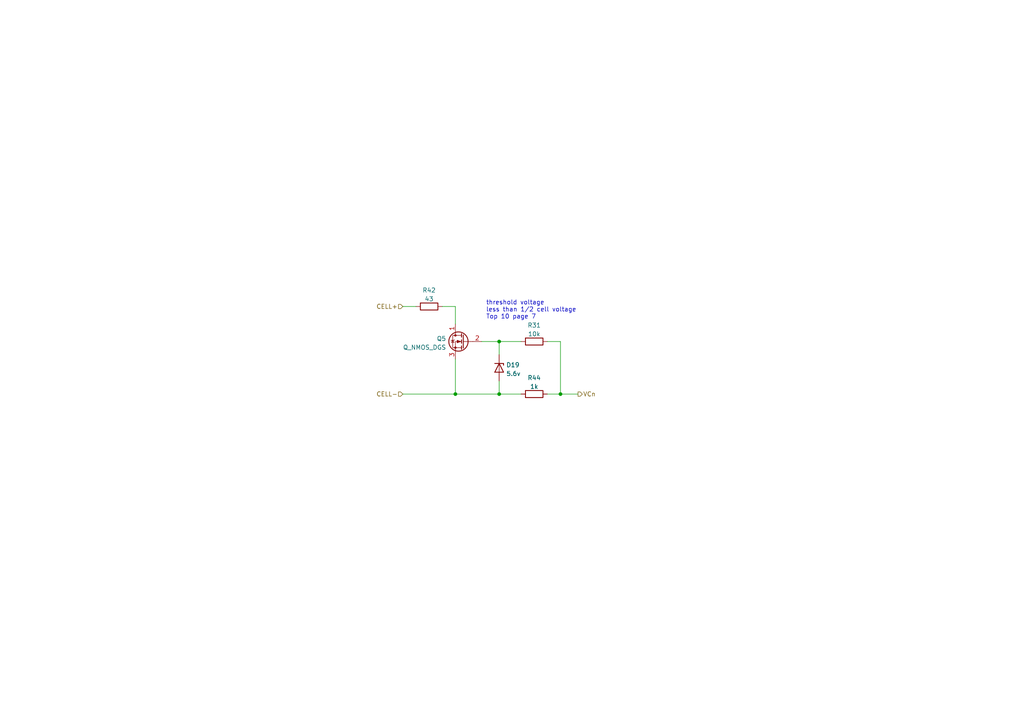
<source format=kicad_sch>
(kicad_sch (version 20211123) (generator eeschema)
  (paper "A4")
  (title_block (title "Blance FET") (date "2022-10-30") (rev "Rev 0") (company "QTech BMS Dept"))
  (lib_symbols
    (symbol "Device:D_Zener" (pin_numbers hide) (pin_names (offset 1.016) hide)
      (property "Reference" "D" (at 0 2.54 0))
      (property "Value" "D_Zener" (at 0 -2.54 0))
      (symbol "D_Zener_0_1"
        (polyline (pts (xy 1.27 0) (xy -1.27 0)))
        (polyline (pts (xy -1.27 -1.27) (xy -1.27 1.27) (xy -0.762 1.27)) (stroke (width 0.254)))
        (polyline (pts (xy 1.27 -1.27) (xy 1.27 1.27) (xy -1.27 0) (xy 1.27 -1.27)) (stroke (width 0.254)))
      )
      (symbol "D_Zener_1_1"
        (pin passive line (at -3.81 0 0) (length 2.54) (name "K") (number "1"))
        (pin passive line (at 3.81 0 180) (length 2.54) (name "A") (number "2"))
      )
    )
    (symbol "Device:Q_NMOS_DGS" (pin_names (offset 0) hide)
      (property "Reference" "Q" (at 5.08 1.27 0))
      (property "Value" "Q_NMOS_DGS" (at 5.08 -1.27 0))
      (symbol "Q_NMOS_DGS_0_1"
        (polyline (pts (xy 0.254 0) (xy -2.54 0)))
        (polyline (pts (xy 0.254 1.905) (xy 0.254 -1.905)) (stroke (width 0.254)))
        (polyline (pts (xy 0.762 -1.27) (xy 0.762 -2.286)) (stroke (width 0.254)))
        (polyline (pts (xy 0.762 0.508) (xy 0.762 -0.508)) (stroke (width 0.254)))
        (polyline (pts (xy 0.762 2.286) (xy 0.762 1.27)) (stroke (width 0.254)))
        (polyline (pts (xy 2.54 2.54) (xy 2.54 1.778)))
        (polyline (pts (xy 2.54 -2.54) (xy 2.54 0) (xy 0.762 0)))
        (polyline (pts (xy 0.762 -1.778) (xy 3.302 -1.778) (xy 3.302 1.778) (xy 0.762 1.778)))
        (polyline (pts (xy 1.016 0) (xy 2.032 0.381) (xy 2.032 -0.381) (xy 1.016 0)) (fill (type outline)))
        (polyline (pts (xy 2.794 0.508) (xy 2.921 0.381) (xy 3.683 0.381) (xy 3.81 0.254)))
        (polyline (pts (xy 3.302 0.381) (xy 2.921 -0.254) (xy 3.683 -0.254) (xy 3.302 0.381)))
        (circle (center 1.651 0) (radius 2.794) (stroke (width 0.254)))
        (circle (center 2.54 -1.778) (radius 0.254) (fill (type outline)))
        (circle (center 2.54 1.778) (radius 0.254) (fill (type outline)))
      )
      (symbol "Q_NMOS_DGS_1_1"
        (pin passive line (at 2.54 5.08 270) (length 2.54) (name "D") (number "1"))
        (pin input line (at -5.08 0 0) (length 2.54) (name "G") (number "2"))
        (pin passive line (at 2.54 -5.08 90) (length 2.54) (name "S") (number "3"))
      )
    )
    (symbol "Device:R" (pin_numbers hide) (pin_names (offset 0))
      (property "Reference" "R" (at 2.032 0 90))
      (property "Value" "R" (at 0 0 90))
      (symbol "R_0_1"
        (rectangle (start -1.016 -2.54) (end 1.016 2.54) (stroke (width 0.254)))
      )
      (symbol "R_1_1"
        (pin passive line (at 0 3.81 270) (length 1.27) (name "~") (number "1"))
        (pin passive line (at 0 -3.81 90) (length 1.27) (name "~") (number "2"))
      )
    )
  )
  (junction (at 132.08 114.3))
  (junction (at 144.78 114.3))
  (junction (at 144.78 99.06))
  (junction (at 162.56 114.3))
  (wire (pts (xy 132.08 114.3) (xy 144.78 114.3)))
  (wire (pts (xy 144.78 99.06) (xy 144.78 102.87)))
  (wire (pts (xy 132.08 104.14) (xy 132.08 114.3)))
  (wire (pts (xy 132.08 88.9) (xy 128.27 88.9)))
  (wire (pts (xy 162.56 114.3) (xy 167.64 114.3)))
  (wire (pts (xy 162.56 99.06) (xy 162.56 114.3)))
  (wire (pts (xy 116.84 114.3) (xy 132.08 114.3)))
  (wire (pts (xy 116.84 88.9) (xy 120.65 88.9)))
  (wire (pts (xy 132.08 88.9) (xy 132.08 93.98)))
  (wire (pts (xy 139.7 99.06) (xy 144.78 99.06)))
  (wire (pts (xy 144.78 114.3) (xy 151.13 114.3)))
  (wire (pts (xy 158.75 99.06) (xy 162.56 99.06)))
  (wire (pts (xy 144.78 99.06) (xy 151.13 99.06)))
  (wire (pts (xy 158.75 114.3) (xy 162.56 114.3)))
  (wire (pts (xy 144.78 110.49) (xy 144.78 114.3)))
  (text "threshold voltage\nless than 1/2 cell voltage\nTop 10 page 7" (at 140.97 92.71 0) (effects (font (size 1.27 1.27)) (justify left bottom)))
  (hierarchical_label "CELL-" (shape input) (at 116.84 114.3 180))
  (hierarchical_label "VCn" (shape output) (at 167.64 114.3 0))
  (hierarchical_label "CELL+" (shape input) (at 116.84 88.9 180))
  (symbol (lib_id "Device:Q_NMOS_DGS") (at 134.62 99.06 0) (mirror y) (unit 1)
    (property "Reference" "Q5" (at 129.4131 98.2253 0) (effects (justify left)))
    (property "Value" "Q_NMOS_DGS" (at 129.4131 100.7622 0) (effects (justify left)))
    (property "Footprint" "Package_TO_SOT_SMD:SOT-23" (effects hide))
    (property "Src_Value" "bal_fet" (effects hide))
  )
  (symbol (lib_id "Device:R") (at 154.94 114.3 90) (unit 1)
    (property "Reference" "R44" (at 154.94 109.5842 90))
    (property "Value" "1k" (at 154.94 112.1211 90))
    (property "Footprint" "Resistor_SMD:R_0603_1608Metric" (effects hide))
    (property "Src_Value" "R_cn" (effects hide))
    (property "Src_Page" "20" (effects hide))
  )
  (symbol (lib_id "Device:R") (at 154.94 99.06 90) (unit 1)
    (property "Reference" "R31" (at 154.94 94.3442 90))
    (property "Value" "10k" (at 154.94 96.8811 90))
    (property "Footprint" "Resistor_SMD:R_0603_1608Metric" (effects hide))
    (property "Src_Value" "R_cn" (effects hide))
    (property "Src_Page" "20" (effects hide))
  )
  (symbol (lib_id "Device:D_Zener") (at 144.78 106.68 270) (unit 1)
    (property "Reference" "D19" (at 146.812 105.8453 90) (effects (justify left)))
    (property "Value" "5.6v" (at 146.812 108.3822 90) (effects (justify left)))
  )
  (symbol (lib_id "Device:R") (at 124.46 88.9 90) (unit 1)
    (property "Reference" "R42" (at 124.46 84.1842 90))
    (property "Value" "43" (at 124.46 86.7211 90))
    (property "Footprint" "Resistor_SMD:R_1210_3225Metric" (effects hide))
    (property "Src_Value" "R_bal-n" (effects hide))
  )
)
</source>
